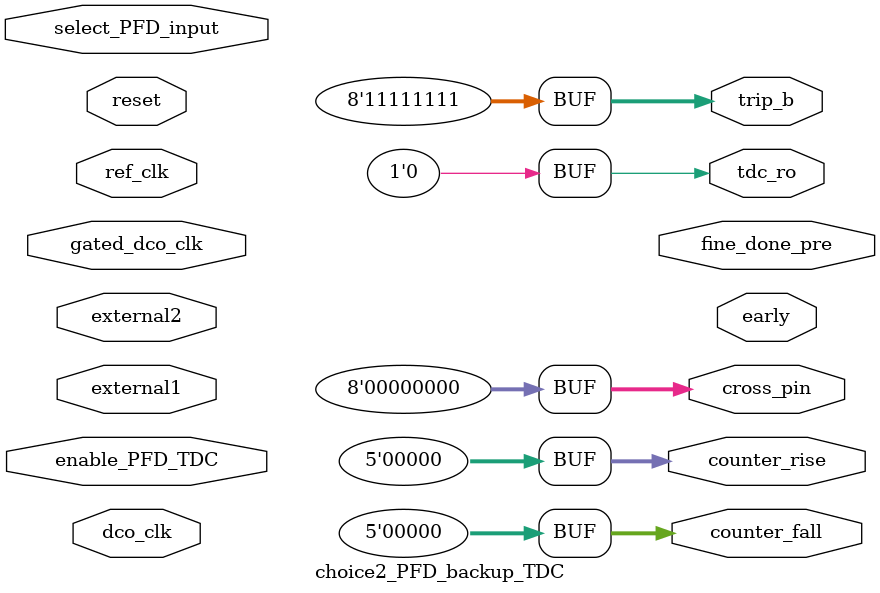
<source format=v>
module choice2_PFD_backup_TDC (
				   input 	enable_PFD_TDC ,
				   input 	select_PFD_input,
				   input 	ref_clk, 
				   input 	external1 ,
				   input 	gated_dco_clk,
				   input 	external2,
				   input 	reset,
				   input 	dco_clk,
				   output 	fine_done_pre,
				   output 	early,
				   output [4:0] counter_rise,
				   output [4:0] counter_fall,
				   output [7:0] trip_b,
				   output [7:0] cross_pin,
			           output tdc_ro

				   );

    assign counter_rise = 0;
   assign counter_fall = 0;
   assign cross_pin  = 0;
   assign trip_b = 8'b11111111;
   assign tdc_ro = 0;
endmodule // choice2_PFD_backup_TDC


</source>
